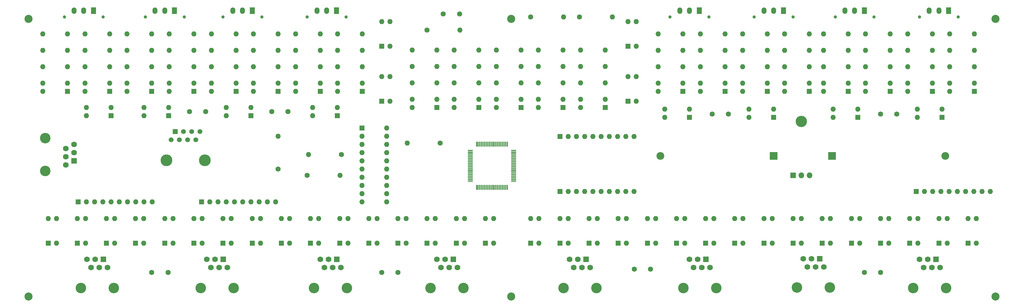
<source format=gbr>
%TF.GenerationSoftware,KiCad,Pcbnew,4.0.7*%
%TF.CreationDate,2018-12-11T18:15:29-05:00*%
%TF.ProjectId,AOML_AB_2.2,414F4D4C5F41425F322E322E6B696361,rev?*%
%TF.FileFunction,Soldermask,Top*%
%FSLAX46Y46*%
G04 Gerber Fmt 4.6, Leading zero omitted, Abs format (unit mm)*
G04 Created by KiCad (PCBNEW 4.0.7) date 12/11/18 18:15:29*
%MOMM*%
%LPD*%
G01*
G04 APERTURE LIST*
%ADD10C,0.100000*%
%ADD11R,2.400000X2.400000*%
%ADD12O,2.400000X2.400000*%
%ADD13R,1.600000X1.600000*%
%ADD14O,1.600000X1.600000*%
%ADD15C,2.500000*%
%ADD16C,1.600000*%
%ADD17R,0.300000X1.500000*%
%ADD18R,1.500000X0.300000*%
%ADD19O,3.500000X3.500000*%
%ADD20R,1.800000X1.800000*%
%ADD21O,1.800000X1.800000*%
%ADD22C,1.000000*%
%ADD23R,1.500000X2.000000*%
%ADD24O,1.500000X2.000000*%
%ADD25R,1.500000X1.500000*%
%ADD26C,1.500000*%
%ADD27C,3.650000*%
%ADD28C,1.760000*%
%ADD29R,1.760000X1.760000*%
%ADD30C,3.250000*%
G04 APERTURE END LIST*
D10*
D11*
X275944000Y-72838000D03*
D12*
X310944000Y-72838000D03*
D13*
X168944000Y-99838000D03*
D14*
X171484000Y-92218000D03*
X171484000Y-99838000D03*
X168944000Y-92218000D03*
D13*
X43180000Y-86995000D03*
D14*
X45720000Y-86995000D03*
X48260000Y-86995000D03*
X50800000Y-86995000D03*
X53340000Y-86995000D03*
X55880000Y-86995000D03*
X58420000Y-86995000D03*
X60960000Y-86995000D03*
X63500000Y-86995000D03*
X66040000Y-86995000D03*
D15*
X176860000Y-116365000D03*
X176860000Y-30425000D03*
X27860000Y-116365000D03*
X326440000Y-30425000D03*
X326440000Y-116365000D03*
D16*
X295944000Y-59838000D03*
X290944000Y-59838000D03*
X219944000Y-107838000D03*
X214944000Y-107838000D03*
X160944000Y-28838000D03*
X155944000Y-28838000D03*
D11*
X257944000Y-72838000D03*
D12*
X222944000Y-72838000D03*
D16*
X70944000Y-108838000D03*
X65944000Y-108838000D03*
X141944000Y-108838000D03*
X136944000Y-108838000D03*
X290944000Y-108838000D03*
X285944000Y-108838000D03*
X243944000Y-59838000D03*
X238944000Y-59838000D03*
X107950000Y-59055000D03*
X102950000Y-59055000D03*
X82550000Y-59055000D03*
X77550000Y-59055000D03*
D17*
X175694000Y-69138000D03*
X175194000Y-69138000D03*
X174694000Y-69138000D03*
X174194000Y-69138000D03*
X173694000Y-69138000D03*
X173194000Y-69138000D03*
X172694000Y-69138000D03*
X172194000Y-69138000D03*
X171694000Y-69138000D03*
X171194000Y-69138000D03*
X170694000Y-69138000D03*
X170194000Y-69138000D03*
X169694000Y-69138000D03*
X169194000Y-69138000D03*
X168694000Y-69138000D03*
X168194000Y-69138000D03*
X167694000Y-69138000D03*
X167194000Y-69138000D03*
X166694000Y-69138000D03*
X166194000Y-69138000D03*
D18*
X164244000Y-71088000D03*
X164244000Y-71588000D03*
X164244000Y-72088000D03*
X164244000Y-72588000D03*
X164244000Y-73088000D03*
X164244000Y-73588000D03*
X164244000Y-74088000D03*
X164244000Y-74588000D03*
X164244000Y-75088000D03*
X164244000Y-75588000D03*
X164244000Y-76088000D03*
X164244000Y-76588000D03*
X164244000Y-77088000D03*
X164244000Y-77588000D03*
X164244000Y-78088000D03*
X164244000Y-78588000D03*
X164244000Y-79088000D03*
X164244000Y-79588000D03*
X164244000Y-80088000D03*
X164244000Y-80588000D03*
D17*
X166194000Y-82538000D03*
X166694000Y-82538000D03*
X167194000Y-82538000D03*
X167694000Y-82538000D03*
X168194000Y-82538000D03*
X168694000Y-82538000D03*
X169194000Y-82538000D03*
X169694000Y-82538000D03*
X170194000Y-82538000D03*
X170694000Y-82538000D03*
X171194000Y-82538000D03*
X171694000Y-82538000D03*
X172194000Y-82538000D03*
X172694000Y-82538000D03*
X173194000Y-82538000D03*
X173694000Y-82538000D03*
X174194000Y-82538000D03*
X174694000Y-82538000D03*
X175194000Y-82538000D03*
X175694000Y-82538000D03*
D18*
X177644000Y-80588000D03*
X177644000Y-80088000D03*
X177644000Y-79588000D03*
X177644000Y-79088000D03*
X177644000Y-78588000D03*
X177644000Y-78088000D03*
X177644000Y-77588000D03*
X177644000Y-77088000D03*
X177644000Y-76588000D03*
X177644000Y-76088000D03*
X177644000Y-75588000D03*
X177644000Y-75088000D03*
X177644000Y-74588000D03*
X177644000Y-74088000D03*
X177644000Y-73588000D03*
X177644000Y-73088000D03*
X177644000Y-72588000D03*
X177644000Y-72088000D03*
X177644000Y-71588000D03*
X177644000Y-71088000D03*
D13*
X136944000Y-38838000D03*
D14*
X139484000Y-31218000D03*
X139484000Y-38838000D03*
X136944000Y-31218000D03*
D13*
X212944000Y-55838000D03*
D14*
X215484000Y-48218000D03*
X215484000Y-55838000D03*
X212944000Y-48218000D03*
D13*
X212944000Y-38838000D03*
D14*
X215484000Y-31218000D03*
X215484000Y-38838000D03*
X212944000Y-31218000D03*
D13*
X136944000Y-55838000D03*
D14*
X139484000Y-48218000D03*
X139484000Y-55838000D03*
X136944000Y-48218000D03*
D13*
X231944000Y-60838000D03*
D14*
X224324000Y-58298000D03*
X231944000Y-58298000D03*
X224324000Y-60838000D03*
D13*
X123190000Y-60325000D03*
D14*
X115570000Y-57785000D03*
X123190000Y-57785000D03*
X115570000Y-60325000D03*
D13*
X96520000Y-60325000D03*
D14*
X88900000Y-57785000D03*
X96520000Y-57785000D03*
X88900000Y-60325000D03*
D13*
X309944000Y-60838000D03*
D14*
X302324000Y-58298000D03*
X309944000Y-58298000D03*
X302324000Y-60838000D03*
D13*
X283944000Y-60838000D03*
D14*
X276324000Y-58298000D03*
X283944000Y-58298000D03*
X276324000Y-60838000D03*
D13*
X257944000Y-60838000D03*
D14*
X250324000Y-58298000D03*
X257944000Y-58298000D03*
X250324000Y-60838000D03*
D13*
X218944000Y-99838000D03*
D14*
X221484000Y-92218000D03*
X221484000Y-99838000D03*
X218944000Y-92218000D03*
D13*
X227944000Y-99838000D03*
D14*
X230484000Y-92218000D03*
X230484000Y-99838000D03*
X227944000Y-92218000D03*
D13*
X236944000Y-99838000D03*
D14*
X239484000Y-92218000D03*
X239484000Y-99838000D03*
X236944000Y-92218000D03*
D13*
X245944000Y-99838000D03*
D14*
X248484000Y-92218000D03*
X248484000Y-99838000D03*
X245944000Y-92218000D03*
D13*
X182944000Y-99838000D03*
D14*
X185484000Y-92218000D03*
X185484000Y-99838000D03*
X182944000Y-92218000D03*
D13*
X191944000Y-99838000D03*
D14*
X194484000Y-92218000D03*
X194484000Y-99838000D03*
X191944000Y-92218000D03*
D13*
X200944000Y-99838000D03*
D14*
X203484000Y-92218000D03*
X203484000Y-99838000D03*
X200944000Y-92218000D03*
D13*
X209944000Y-99838000D03*
D14*
X212484000Y-92218000D03*
X212484000Y-99838000D03*
X209944000Y-92218000D03*
D13*
X141944000Y-99838000D03*
D14*
X144484000Y-92218000D03*
X144484000Y-99838000D03*
X141944000Y-92218000D03*
D13*
X150944000Y-99838000D03*
D14*
X153484000Y-92218000D03*
X153484000Y-99838000D03*
X150944000Y-92218000D03*
D13*
X159944000Y-99838000D03*
D14*
X162484000Y-92218000D03*
X162484000Y-99838000D03*
X159944000Y-92218000D03*
D13*
X254944000Y-99838000D03*
D14*
X257484000Y-92218000D03*
X257484000Y-99838000D03*
X254944000Y-92218000D03*
D13*
X263944000Y-99838000D03*
D14*
X266484000Y-92218000D03*
X266484000Y-99838000D03*
X263944000Y-92218000D03*
D13*
X272944000Y-99838000D03*
D14*
X275484000Y-92218000D03*
X275484000Y-99838000D03*
X272944000Y-92218000D03*
D13*
X281944000Y-99838000D03*
D14*
X284484000Y-92218000D03*
X284484000Y-99838000D03*
X281944000Y-92218000D03*
D13*
X308944000Y-99838000D03*
D14*
X311484000Y-92218000D03*
X311484000Y-99838000D03*
X308944000Y-92218000D03*
D13*
X317944000Y-99838000D03*
D14*
X320484000Y-92218000D03*
X320484000Y-99838000D03*
X317944000Y-92218000D03*
D13*
X290944000Y-99838000D03*
D14*
X293484000Y-92218000D03*
X293484000Y-99838000D03*
X290944000Y-92218000D03*
D13*
X299944000Y-99838000D03*
D14*
X302484000Y-92218000D03*
X302484000Y-99838000D03*
X299944000Y-92218000D03*
D13*
X105944000Y-99838000D03*
D14*
X108484000Y-92218000D03*
X108484000Y-99838000D03*
X105944000Y-92218000D03*
D13*
X114944000Y-99838000D03*
D14*
X117484000Y-92218000D03*
X117484000Y-99838000D03*
X114944000Y-92218000D03*
D13*
X123944000Y-99838000D03*
D14*
X126484000Y-92218000D03*
X126484000Y-99838000D03*
X123944000Y-92218000D03*
D13*
X132944000Y-99838000D03*
D14*
X135484000Y-92218000D03*
X135484000Y-99838000D03*
X132944000Y-92218000D03*
D13*
X33944000Y-99838000D03*
D14*
X36484000Y-92218000D03*
X36484000Y-99838000D03*
X33944000Y-92218000D03*
D13*
X42944000Y-99838000D03*
D14*
X45484000Y-92218000D03*
X45484000Y-99838000D03*
X42944000Y-92218000D03*
D13*
X51944000Y-99838000D03*
D14*
X54484000Y-92218000D03*
X54484000Y-99838000D03*
X51944000Y-92218000D03*
D13*
X60944000Y-99838000D03*
D14*
X63484000Y-92218000D03*
X63484000Y-99838000D03*
X60944000Y-92218000D03*
D13*
X69944000Y-99838000D03*
D14*
X72484000Y-92218000D03*
X72484000Y-99838000D03*
X69944000Y-92218000D03*
D13*
X78944000Y-99838000D03*
D14*
X81484000Y-92218000D03*
X81484000Y-99838000D03*
X78944000Y-92218000D03*
D13*
X87944000Y-99838000D03*
D14*
X90484000Y-92218000D03*
X90484000Y-99838000D03*
X87944000Y-92218000D03*
D13*
X96944000Y-99838000D03*
D14*
X99484000Y-92218000D03*
X99484000Y-99838000D03*
X96944000Y-92218000D03*
D13*
X71120000Y-60325000D03*
D14*
X63500000Y-57785000D03*
X71120000Y-57785000D03*
X63500000Y-60325000D03*
D13*
X53340000Y-60325000D03*
D14*
X45720000Y-57785000D03*
X53340000Y-57785000D03*
X45720000Y-60325000D03*
D16*
X124460000Y-72390000D03*
D14*
X114300000Y-72390000D03*
D16*
X154944000Y-68838000D03*
D14*
X144784000Y-68838000D03*
D16*
X113944000Y-78838000D03*
D14*
X124104000Y-78838000D03*
D16*
X182944000Y-29838000D03*
D14*
X193104000Y-29838000D03*
D16*
X150944000Y-33838000D03*
D14*
X161104000Y-33838000D03*
D16*
X197944000Y-29838000D03*
D14*
X208104000Y-29838000D03*
D16*
X104944000Y-76838000D03*
D14*
X104944000Y-66678000D03*
D13*
X191944000Y-66838000D03*
D14*
X194484000Y-66838000D03*
X197024000Y-66838000D03*
X199564000Y-66838000D03*
X202104000Y-66838000D03*
X204644000Y-66838000D03*
X207184000Y-66838000D03*
X209724000Y-66838000D03*
X212264000Y-66838000D03*
X214804000Y-66838000D03*
D13*
X301944000Y-83838000D03*
D14*
X304484000Y-83838000D03*
X307024000Y-83838000D03*
X309564000Y-83838000D03*
X312104000Y-83838000D03*
X314644000Y-83838000D03*
X317184000Y-83838000D03*
X319724000Y-83838000D03*
X322264000Y-83838000D03*
X324804000Y-83838000D03*
D13*
X191944000Y-83838000D03*
D14*
X194484000Y-83838000D03*
X197024000Y-83838000D03*
X199564000Y-83838000D03*
X202104000Y-83838000D03*
X204644000Y-83838000D03*
X207184000Y-83838000D03*
X209724000Y-83838000D03*
X212264000Y-83838000D03*
X214804000Y-83838000D03*
D13*
X81280000Y-86995000D03*
D14*
X83820000Y-86995000D03*
X86360000Y-86995000D03*
X88900000Y-86995000D03*
X91440000Y-86995000D03*
X93980000Y-86995000D03*
X96520000Y-86995000D03*
X99060000Y-86995000D03*
X101600000Y-86995000D03*
X104140000Y-86995000D03*
D13*
X130810000Y-64135000D03*
D14*
X138430000Y-86995000D03*
X130810000Y-66675000D03*
X138430000Y-84455000D03*
X130810000Y-69215000D03*
X138430000Y-81915000D03*
X130810000Y-71755000D03*
X138430000Y-79375000D03*
X130810000Y-74295000D03*
X138430000Y-76835000D03*
X130810000Y-76835000D03*
X138430000Y-74295000D03*
X130810000Y-79375000D03*
X138430000Y-71755000D03*
X130810000Y-81915000D03*
X138430000Y-69215000D03*
X130810000Y-84455000D03*
X138430000Y-66675000D03*
X130810000Y-86995000D03*
X138430000Y-64135000D03*
D19*
X266484000Y-62178000D03*
D20*
X263944000Y-78838000D03*
D21*
X266484000Y-78838000D03*
X269024000Y-78838000D03*
D22*
X99944000Y-29798000D03*
X87944000Y-29798000D03*
D23*
X96944000Y-27838000D03*
D24*
X93944000Y-27838000D03*
X90944000Y-27838000D03*
D22*
X125944000Y-29798000D03*
X113944000Y-29798000D03*
D23*
X122944000Y-27838000D03*
D24*
X119944000Y-27838000D03*
X116944000Y-27838000D03*
D22*
X237944000Y-29798000D03*
X225944000Y-29798000D03*
D23*
X234944000Y-27838000D03*
D24*
X231944000Y-27838000D03*
X228944000Y-27838000D03*
D22*
X314944000Y-29798000D03*
X302944000Y-29798000D03*
D23*
X311944000Y-27838000D03*
D24*
X308944000Y-27838000D03*
X305944000Y-27838000D03*
D22*
X288944000Y-29798000D03*
X276944000Y-29798000D03*
D23*
X285944000Y-27838000D03*
D24*
X282944000Y-27838000D03*
X279944000Y-27838000D03*
D22*
X263944000Y-29798000D03*
X251944000Y-29798000D03*
D23*
X260944000Y-27838000D03*
D24*
X257944000Y-27838000D03*
X254944000Y-27838000D03*
D22*
X75944000Y-29798000D03*
X63944000Y-29798000D03*
D23*
X72944000Y-27838000D03*
D24*
X69944000Y-27838000D03*
X66944000Y-27838000D03*
D22*
X50944000Y-29798000D03*
X38944000Y-29798000D03*
D23*
X47944000Y-27838000D03*
D24*
X44944000Y-27838000D03*
X41944000Y-27838000D03*
D15*
X27860000Y-30425000D03*
D25*
X73214000Y-65298000D03*
D26*
X71944000Y-67838000D03*
D27*
X82324000Y-74188000D03*
X70454000Y-74188000D03*
D26*
X74484000Y-67838000D03*
X75754000Y-65298000D03*
X77024000Y-67838000D03*
X78294000Y-65298000D03*
X79564000Y-67838000D03*
X80834000Y-65298000D03*
D28*
X41910000Y-69215000D03*
D29*
X41910000Y-74295000D03*
D28*
X39370000Y-70485000D03*
X39370000Y-73025000D03*
X41910000Y-71755000D03*
X39370000Y-75565000D03*
D30*
X33020000Y-77475000D03*
X33020000Y-67315000D03*
D28*
X45944000Y-104838000D03*
D29*
X51024000Y-104838000D03*
D28*
X47214000Y-107378000D03*
X49754000Y-107378000D03*
X48484000Y-104838000D03*
X52294000Y-107378000D03*
D30*
X54204000Y-113728000D03*
X44044000Y-113728000D03*
D28*
X82944000Y-104838000D03*
D29*
X88024000Y-104838000D03*
D28*
X84214000Y-107378000D03*
X86754000Y-107378000D03*
X85484000Y-104838000D03*
X89294000Y-107378000D03*
D30*
X91204000Y-113728000D03*
X81044000Y-113728000D03*
D28*
X153944000Y-104838000D03*
D29*
X159024000Y-104838000D03*
D28*
X155214000Y-107378000D03*
X157754000Y-107378000D03*
X156484000Y-104838000D03*
X160294000Y-107378000D03*
D30*
X162204000Y-113728000D03*
X152044000Y-113728000D03*
D28*
X117944000Y-104838000D03*
D29*
X123024000Y-104838000D03*
D28*
X119214000Y-107378000D03*
X121754000Y-107378000D03*
X120484000Y-104838000D03*
X124294000Y-107378000D03*
D30*
X126204000Y-113728000D03*
X116044000Y-113728000D03*
D28*
X302944000Y-104838000D03*
D29*
X308024000Y-104838000D03*
D28*
X304214000Y-107378000D03*
X306754000Y-107378000D03*
X305484000Y-104838000D03*
X309294000Y-107378000D03*
D30*
X311204000Y-113728000D03*
X301044000Y-113728000D03*
D28*
X267033000Y-104648000D03*
D29*
X272113000Y-104648000D03*
D28*
X268303000Y-107188000D03*
X270843000Y-107188000D03*
X269573000Y-104648000D03*
X273383000Y-107188000D03*
D30*
X275293000Y-113538000D03*
X265133000Y-113538000D03*
D28*
X231944000Y-104838000D03*
D29*
X237024000Y-104838000D03*
D28*
X233214000Y-107378000D03*
X235754000Y-107378000D03*
X234484000Y-104838000D03*
X238294000Y-107378000D03*
D30*
X240204000Y-113728000D03*
X230044000Y-113728000D03*
D28*
X194944000Y-104838000D03*
D29*
X200024000Y-104838000D03*
D28*
X196214000Y-107378000D03*
X198754000Y-107378000D03*
X197484000Y-104838000D03*
X201294000Y-107378000D03*
D30*
X203204000Y-113728000D03*
X193044000Y-113728000D03*
D13*
X153944000Y-57838000D03*
D14*
X146324000Y-40058000D03*
X153944000Y-55298000D03*
X146324000Y-45138000D03*
X153944000Y-50218000D03*
X146324000Y-50218000D03*
X153944000Y-45138000D03*
X146324000Y-55298000D03*
X153944000Y-40058000D03*
X146324000Y-57838000D03*
D13*
X166944000Y-57838000D03*
D14*
X159324000Y-40058000D03*
X166944000Y-55298000D03*
X159324000Y-45138000D03*
X166944000Y-50218000D03*
X159324000Y-50218000D03*
X166944000Y-45138000D03*
X159324000Y-55298000D03*
X166944000Y-40058000D03*
X159324000Y-57838000D03*
D13*
X179944000Y-57838000D03*
D14*
X172324000Y-40058000D03*
X179944000Y-55298000D03*
X172324000Y-45138000D03*
X179944000Y-50218000D03*
X172324000Y-50218000D03*
X179944000Y-45138000D03*
X172324000Y-55298000D03*
X179944000Y-40058000D03*
X172324000Y-57838000D03*
D13*
X192944000Y-57838000D03*
D14*
X185324000Y-40058000D03*
X192944000Y-55298000D03*
X185324000Y-45138000D03*
X192944000Y-50218000D03*
X185324000Y-50218000D03*
X192944000Y-45138000D03*
X185324000Y-55298000D03*
X192944000Y-40058000D03*
X185324000Y-57838000D03*
D13*
X205944000Y-57838000D03*
D14*
X198324000Y-40058000D03*
X205944000Y-55298000D03*
X198324000Y-45138000D03*
X205944000Y-50218000D03*
X198324000Y-50218000D03*
X205944000Y-45138000D03*
X198324000Y-55298000D03*
X205944000Y-40058000D03*
X198324000Y-57838000D03*
D13*
X229944000Y-52838000D03*
D14*
X222324000Y-35058000D03*
X229944000Y-50298000D03*
X222324000Y-40138000D03*
X229944000Y-45218000D03*
X222324000Y-45218000D03*
X229944000Y-40138000D03*
X222324000Y-50298000D03*
X229944000Y-35058000D03*
X222324000Y-52838000D03*
D13*
X242944000Y-52838000D03*
D14*
X235324000Y-35058000D03*
X242944000Y-50298000D03*
X235324000Y-40138000D03*
X242944000Y-45218000D03*
X235324000Y-45218000D03*
X242944000Y-40138000D03*
X235324000Y-50298000D03*
X242944000Y-35058000D03*
X235324000Y-52838000D03*
D13*
X130944000Y-52838000D03*
D14*
X123324000Y-35058000D03*
X130944000Y-50298000D03*
X123324000Y-40138000D03*
X130944000Y-45218000D03*
X123324000Y-45218000D03*
X130944000Y-40138000D03*
X123324000Y-50298000D03*
X130944000Y-35058000D03*
X123324000Y-52838000D03*
D13*
X117944000Y-52838000D03*
D14*
X110324000Y-35058000D03*
X117944000Y-50298000D03*
X110324000Y-40138000D03*
X117944000Y-45218000D03*
X110324000Y-45218000D03*
X117944000Y-40138000D03*
X110324000Y-50298000D03*
X117944000Y-35058000D03*
X110324000Y-52838000D03*
D13*
X91944000Y-52838000D03*
D14*
X84324000Y-35058000D03*
X91944000Y-50298000D03*
X84324000Y-40138000D03*
X91944000Y-45218000D03*
X84324000Y-45218000D03*
X91944000Y-40138000D03*
X84324000Y-50298000D03*
X91944000Y-35058000D03*
X84324000Y-52838000D03*
D13*
X104944000Y-52838000D03*
D14*
X97324000Y-35058000D03*
X104944000Y-50298000D03*
X97324000Y-40138000D03*
X104944000Y-45218000D03*
X97324000Y-45218000D03*
X104944000Y-40138000D03*
X97324000Y-50298000D03*
X104944000Y-35058000D03*
X97324000Y-52838000D03*
D13*
X306944000Y-52838000D03*
D14*
X299324000Y-35058000D03*
X306944000Y-50298000D03*
X299324000Y-40138000D03*
X306944000Y-45218000D03*
X299324000Y-45218000D03*
X306944000Y-40138000D03*
X299324000Y-50298000D03*
X306944000Y-35058000D03*
X299324000Y-52838000D03*
D13*
X319944000Y-52838000D03*
D14*
X312324000Y-35058000D03*
X319944000Y-50298000D03*
X312324000Y-40138000D03*
X319944000Y-45218000D03*
X312324000Y-45218000D03*
X319944000Y-40138000D03*
X312324000Y-50298000D03*
X319944000Y-35058000D03*
X312324000Y-52838000D03*
D13*
X280944000Y-52838000D03*
D14*
X273324000Y-35058000D03*
X280944000Y-50298000D03*
X273324000Y-40138000D03*
X280944000Y-45218000D03*
X273324000Y-45218000D03*
X280944000Y-40138000D03*
X273324000Y-50298000D03*
X280944000Y-35058000D03*
X273324000Y-52838000D03*
D13*
X293944000Y-52838000D03*
D14*
X286324000Y-35058000D03*
X293944000Y-50298000D03*
X286324000Y-40138000D03*
X293944000Y-45218000D03*
X286324000Y-45218000D03*
X293944000Y-40138000D03*
X286324000Y-50298000D03*
X293944000Y-35058000D03*
X286324000Y-52838000D03*
D13*
X255944000Y-52838000D03*
D14*
X248324000Y-35058000D03*
X255944000Y-50298000D03*
X248324000Y-40138000D03*
X255944000Y-45218000D03*
X248324000Y-45218000D03*
X255944000Y-40138000D03*
X248324000Y-50298000D03*
X255944000Y-35058000D03*
X248324000Y-52838000D03*
D13*
X268944000Y-52838000D03*
D14*
X261324000Y-35058000D03*
X268944000Y-50298000D03*
X261324000Y-40138000D03*
X268944000Y-45218000D03*
X261324000Y-45218000D03*
X268944000Y-40138000D03*
X261324000Y-50298000D03*
X268944000Y-35058000D03*
X261324000Y-52838000D03*
D13*
X65944000Y-52838000D03*
D14*
X58324000Y-35058000D03*
X65944000Y-50298000D03*
X58324000Y-40138000D03*
X65944000Y-45218000D03*
X58324000Y-45218000D03*
X65944000Y-40138000D03*
X58324000Y-50298000D03*
X65944000Y-35058000D03*
X58324000Y-52838000D03*
D13*
X78944000Y-52838000D03*
D14*
X71324000Y-35058000D03*
X78944000Y-50298000D03*
X71324000Y-40138000D03*
X78944000Y-45218000D03*
X71324000Y-45218000D03*
X78944000Y-40138000D03*
X71324000Y-50298000D03*
X78944000Y-35058000D03*
X71324000Y-52838000D03*
D13*
X39944000Y-52838000D03*
D14*
X32324000Y-35058000D03*
X39944000Y-50298000D03*
X32324000Y-40138000D03*
X39944000Y-45218000D03*
X32324000Y-45218000D03*
X39944000Y-40138000D03*
X32324000Y-50298000D03*
X39944000Y-35058000D03*
X32324000Y-52838000D03*
D13*
X52944000Y-52838000D03*
D14*
X45324000Y-35058000D03*
X52944000Y-50298000D03*
X45324000Y-40138000D03*
X52944000Y-45218000D03*
X45324000Y-45218000D03*
X52944000Y-40138000D03*
X45324000Y-50298000D03*
X52944000Y-35058000D03*
X45324000Y-52838000D03*
M02*

</source>
